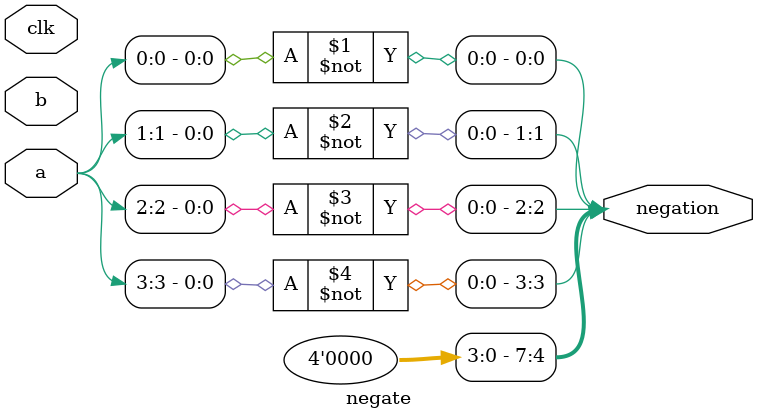
<source format=v>
module negate(input clk, input [3:0] a, b, output [7:0] negation);
    
    assign negation = {~a[3], ~a[2], ~a[1], ~a[0]};
    

endmodule
</source>
